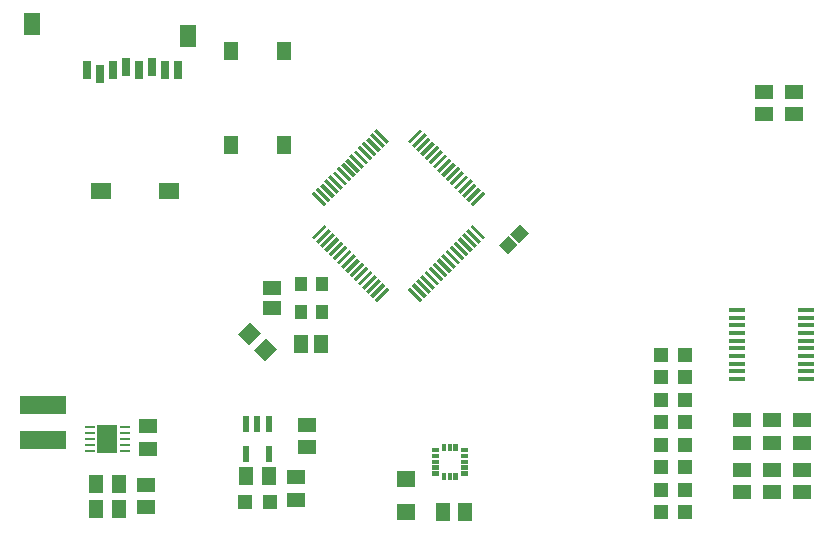
<source format=gbr>
G04 EAGLE Gerber RS-274X export*
G75*
%MOMM*%
%FSLAX34Y34*%
%LPD*%
%INSolderpaste Top*%
%IPPOS*%
%AMOC8*
5,1,8,0,0,1.08239X$1,22.5*%
G01*
%ADD10R,1.475000X0.300000*%
%ADD11R,1.500000X1.300000*%
%ADD12R,1.300000X1.550000*%
%ADD13R,1.473200X0.355600*%
%ADD14R,1.200000X1.200000*%
%ADD15R,1.300000X1.500000*%
%ADD16R,0.508000X1.320800*%
%ADD17C,0.031500*%
%ADD18R,0.812800X0.254000*%
%ADD19R,1.752600X2.489200*%
%ADD20R,3.900000X1.600000*%
%ADD21R,1.092200X1.167350*%
%ADD22R,1.600000X1.400000*%
%ADD23R,1.100000X1.300000*%
%ADD24R,1.800000X1.400000*%
%ADD25R,1.400000X1.900000*%
%ADD26R,0.800000X1.500000*%


D10*
G36*
X497695Y275333D02*
X508124Y285762D01*
X510245Y283641D01*
X499816Y273212D01*
X497695Y275333D01*
G37*
G36*
X494160Y278869D02*
X504589Y289298D01*
X506710Y287177D01*
X496281Y276748D01*
X494160Y278869D01*
G37*
G36*
X490624Y282404D02*
X501053Y292833D01*
X503174Y290712D01*
X492745Y280283D01*
X490624Y282404D01*
G37*
G36*
X487089Y285940D02*
X497518Y296369D01*
X499639Y294248D01*
X489210Y283819D01*
X487089Y285940D01*
G37*
G36*
X483553Y289475D02*
X493982Y299904D01*
X496103Y297783D01*
X485674Y287354D01*
X483553Y289475D01*
G37*
G36*
X480018Y293011D02*
X490447Y303440D01*
X492568Y301319D01*
X482139Y290890D01*
X480018Y293011D01*
G37*
G36*
X476482Y296546D02*
X486911Y306975D01*
X489032Y304854D01*
X478603Y294425D01*
X476482Y296546D01*
G37*
G36*
X472947Y300082D02*
X483376Y310511D01*
X485497Y308390D01*
X475068Y297961D01*
X472947Y300082D01*
G37*
G36*
X469411Y303618D02*
X479840Y314047D01*
X481961Y311926D01*
X471532Y301497D01*
X469411Y303618D01*
G37*
G36*
X465875Y307153D02*
X476304Y317582D01*
X478425Y315461D01*
X467996Y305032D01*
X465875Y307153D01*
G37*
G36*
X462340Y310689D02*
X472769Y321118D01*
X474890Y318997D01*
X464461Y308568D01*
X462340Y310689D01*
G37*
G36*
X458804Y314224D02*
X469233Y324653D01*
X471354Y322532D01*
X460925Y312103D01*
X458804Y314224D01*
G37*
G36*
X455269Y317760D02*
X465698Y328189D01*
X467819Y326068D01*
X457390Y315639D01*
X455269Y317760D01*
G37*
G36*
X451733Y321295D02*
X462162Y331724D01*
X464283Y329603D01*
X453854Y319174D01*
X451733Y321295D01*
G37*
G36*
X448198Y324831D02*
X458627Y335260D01*
X460748Y333139D01*
X450319Y322710D01*
X448198Y324831D01*
G37*
G36*
X444662Y328366D02*
X455091Y338795D01*
X457212Y336674D01*
X446783Y326245D01*
X444662Y328366D01*
G37*
G36*
X426977Y326245D02*
X416548Y336674D01*
X418669Y338795D01*
X429098Y328366D01*
X426977Y326245D01*
G37*
G36*
X423441Y322710D02*
X413012Y333139D01*
X415133Y335260D01*
X425562Y324831D01*
X423441Y322710D01*
G37*
G36*
X419906Y319174D02*
X409477Y329603D01*
X411598Y331724D01*
X422027Y321295D01*
X419906Y319174D01*
G37*
G36*
X416370Y315639D02*
X405941Y326068D01*
X408062Y328189D01*
X418491Y317760D01*
X416370Y315639D01*
G37*
G36*
X412835Y312103D02*
X402406Y322532D01*
X404527Y324653D01*
X414956Y314224D01*
X412835Y312103D01*
G37*
G36*
X409299Y308568D02*
X398870Y318997D01*
X400991Y321118D01*
X411420Y310689D01*
X409299Y308568D01*
G37*
G36*
X405764Y305032D02*
X395335Y315461D01*
X397456Y317582D01*
X407885Y307153D01*
X405764Y305032D01*
G37*
G36*
X402228Y301497D02*
X391799Y311926D01*
X393920Y314047D01*
X404349Y303618D01*
X402228Y301497D01*
G37*
G36*
X398692Y297961D02*
X388263Y308390D01*
X390384Y310511D01*
X400813Y300082D01*
X398692Y297961D01*
G37*
G36*
X395157Y294425D02*
X384728Y304854D01*
X386849Y306975D01*
X397278Y296546D01*
X395157Y294425D01*
G37*
G36*
X391621Y290890D02*
X381192Y301319D01*
X383313Y303440D01*
X393742Y293011D01*
X391621Y290890D01*
G37*
G36*
X388086Y287354D02*
X377657Y297783D01*
X379778Y299904D01*
X390207Y289475D01*
X388086Y287354D01*
G37*
G36*
X384550Y283819D02*
X374121Y294248D01*
X376242Y296369D01*
X386671Y285940D01*
X384550Y283819D01*
G37*
G36*
X381015Y280283D02*
X370586Y290712D01*
X372707Y292833D01*
X383136Y282404D01*
X381015Y280283D01*
G37*
G36*
X377479Y276748D02*
X367050Y287177D01*
X369171Y289298D01*
X379600Y278869D01*
X377479Y276748D01*
G37*
G36*
X373944Y273212D02*
X363515Y283641D01*
X365636Y285762D01*
X376065Y275333D01*
X373944Y273212D01*
G37*
G36*
X363515Y247219D02*
X373944Y257648D01*
X376065Y255527D01*
X365636Y245098D01*
X363515Y247219D01*
G37*
G36*
X367050Y243683D02*
X377479Y254112D01*
X379600Y251991D01*
X369171Y241562D01*
X367050Y243683D01*
G37*
G36*
X370586Y240148D02*
X381015Y250577D01*
X383136Y248456D01*
X372707Y238027D01*
X370586Y240148D01*
G37*
G36*
X374121Y236612D02*
X384550Y247041D01*
X386671Y244920D01*
X376242Y234491D01*
X374121Y236612D01*
G37*
G36*
X377657Y233077D02*
X388086Y243506D01*
X390207Y241385D01*
X379778Y230956D01*
X377657Y233077D01*
G37*
G36*
X381192Y229541D02*
X391621Y239970D01*
X393742Y237849D01*
X383313Y227420D01*
X381192Y229541D01*
G37*
G36*
X384728Y226006D02*
X395157Y236435D01*
X397278Y234314D01*
X386849Y223885D01*
X384728Y226006D01*
G37*
G36*
X388263Y222470D02*
X398692Y232899D01*
X400813Y230778D01*
X390384Y220349D01*
X388263Y222470D01*
G37*
G36*
X391799Y218934D02*
X402228Y229363D01*
X404349Y227242D01*
X393920Y216813D01*
X391799Y218934D01*
G37*
G36*
X395335Y215399D02*
X405764Y225828D01*
X407885Y223707D01*
X397456Y213278D01*
X395335Y215399D01*
G37*
G36*
X398870Y211863D02*
X409299Y222292D01*
X411420Y220171D01*
X400991Y209742D01*
X398870Y211863D01*
G37*
G36*
X402406Y208328D02*
X412835Y218757D01*
X414956Y216636D01*
X404527Y206207D01*
X402406Y208328D01*
G37*
G36*
X405941Y204792D02*
X416370Y215221D01*
X418491Y213100D01*
X408062Y202671D01*
X405941Y204792D01*
G37*
G36*
X409477Y201257D02*
X419906Y211686D01*
X422027Y209565D01*
X411598Y199136D01*
X409477Y201257D01*
G37*
G36*
X413012Y197721D02*
X423441Y208150D01*
X425562Y206029D01*
X415133Y195600D01*
X413012Y197721D01*
G37*
G36*
X416548Y194186D02*
X426977Y204615D01*
X429098Y202494D01*
X418669Y192065D01*
X416548Y194186D01*
G37*
G36*
X455091Y192065D02*
X444662Y202494D01*
X446783Y204615D01*
X457212Y194186D01*
X455091Y192065D01*
G37*
G36*
X458627Y195600D02*
X448198Y206029D01*
X450319Y208150D01*
X460748Y197721D01*
X458627Y195600D01*
G37*
G36*
X462162Y199136D02*
X451733Y209565D01*
X453854Y211686D01*
X464283Y201257D01*
X462162Y199136D01*
G37*
G36*
X465698Y202671D02*
X455269Y213100D01*
X457390Y215221D01*
X467819Y204792D01*
X465698Y202671D01*
G37*
G36*
X469233Y206207D02*
X458804Y216636D01*
X460925Y218757D01*
X471354Y208328D01*
X469233Y206207D01*
G37*
G36*
X472769Y209742D02*
X462340Y220171D01*
X464461Y222292D01*
X474890Y211863D01*
X472769Y209742D01*
G37*
G36*
X476304Y213278D02*
X465875Y223707D01*
X467996Y225828D01*
X478425Y215399D01*
X476304Y213278D01*
G37*
G36*
X479840Y216813D02*
X469411Y227242D01*
X471532Y229363D01*
X481961Y218934D01*
X479840Y216813D01*
G37*
G36*
X483376Y220349D02*
X472947Y230778D01*
X475068Y232899D01*
X485497Y222470D01*
X483376Y220349D01*
G37*
G36*
X486911Y223885D02*
X476482Y234314D01*
X478603Y236435D01*
X489032Y226006D01*
X486911Y223885D01*
G37*
G36*
X490447Y227420D02*
X480018Y237849D01*
X482139Y239970D01*
X492568Y229541D01*
X490447Y227420D01*
G37*
G36*
X493982Y230956D02*
X483553Y241385D01*
X485674Y243506D01*
X496103Y233077D01*
X493982Y230956D01*
G37*
G36*
X497518Y234491D02*
X487089Y244920D01*
X489210Y247041D01*
X499639Y236612D01*
X497518Y234491D01*
G37*
G36*
X501053Y238027D02*
X490624Y248456D01*
X492745Y250577D01*
X503174Y240148D01*
X501053Y238027D01*
G37*
G36*
X504589Y241562D02*
X494160Y251991D01*
X496281Y254112D01*
X506710Y243683D01*
X504589Y241562D01*
G37*
G36*
X508124Y245098D02*
X497695Y255527D01*
X499816Y257648D01*
X510245Y247219D01*
X508124Y245098D01*
G37*
D11*
X727710Y92050D03*
X727710Y73050D03*
X753110Y31140D03*
X753110Y50140D03*
X753110Y92050D03*
X753110Y73050D03*
X778510Y31140D03*
X778510Y50140D03*
X778510Y92050D03*
X778510Y73050D03*
X727710Y31140D03*
X727710Y50140D03*
D12*
X295000Y404240D03*
X295000Y324740D03*
X340000Y404240D03*
X340000Y324740D03*
D13*
X723900Y185460D03*
X723900Y178960D03*
X723900Y172460D03*
X723900Y165960D03*
X723900Y159460D03*
X723900Y152960D03*
X723900Y146460D03*
X723900Y139960D03*
X723900Y133460D03*
X723900Y126960D03*
X782320Y126960D03*
X782320Y133460D03*
X782320Y139960D03*
X782320Y146460D03*
X782320Y152960D03*
X782320Y159460D03*
X782320Y165960D03*
X782320Y172460D03*
X782320Y178960D03*
X782320Y185460D03*
D14*
X679790Y147320D03*
X658790Y147320D03*
X679790Y128270D03*
X658790Y128270D03*
X679790Y109220D03*
X658790Y109220D03*
X679790Y90170D03*
X658790Y90170D03*
X679790Y71120D03*
X658790Y71120D03*
X679790Y52070D03*
X658790Y52070D03*
X679790Y33020D03*
X658790Y33020D03*
X679790Y13970D03*
X658790Y13970D03*
D11*
X772160Y370180D03*
X772160Y351180D03*
X746760Y370180D03*
X746760Y351180D03*
X350520Y24790D03*
X350520Y43790D03*
D15*
X308000Y44450D03*
X327000Y44450D03*
D16*
X327000Y89154D03*
X317500Y89154D03*
X308000Y89154D03*
X308000Y63246D03*
X327000Y63246D03*
D14*
X328000Y22860D03*
X307000Y22860D03*
D11*
X359410Y88240D03*
X359410Y69240D03*
D17*
X489767Y48743D02*
X494753Y48743D01*
X494753Y45557D01*
X489767Y45557D01*
X489767Y48743D01*
X489767Y45856D02*
X494753Y45856D01*
X494753Y46155D02*
X489767Y46155D01*
X489767Y46454D02*
X494753Y46454D01*
X494753Y46753D02*
X489767Y46753D01*
X489767Y47052D02*
X494753Y47052D01*
X494753Y47351D02*
X489767Y47351D01*
X489767Y47650D02*
X494753Y47650D01*
X494753Y47949D02*
X489767Y47949D01*
X489767Y48248D02*
X494753Y48248D01*
X494753Y48547D02*
X489767Y48547D01*
X489767Y53743D02*
X494753Y53743D01*
X494753Y50557D01*
X489767Y50557D01*
X489767Y53743D01*
X489767Y50856D02*
X494753Y50856D01*
X494753Y51155D02*
X489767Y51155D01*
X489767Y51454D02*
X494753Y51454D01*
X494753Y51753D02*
X489767Y51753D01*
X489767Y52052D02*
X494753Y52052D01*
X494753Y52351D02*
X489767Y52351D01*
X489767Y52650D02*
X494753Y52650D01*
X494753Y52949D02*
X489767Y52949D01*
X489767Y53248D02*
X494753Y53248D01*
X494753Y53547D02*
X489767Y53547D01*
X489767Y58743D02*
X494753Y58743D01*
X494753Y55557D01*
X489767Y55557D01*
X489767Y58743D01*
X489767Y55856D02*
X494753Y55856D01*
X494753Y56155D02*
X489767Y56155D01*
X489767Y56454D02*
X494753Y56454D01*
X494753Y56753D02*
X489767Y56753D01*
X489767Y57052D02*
X494753Y57052D01*
X494753Y57351D02*
X489767Y57351D01*
X489767Y57650D02*
X494753Y57650D01*
X494753Y57949D02*
X489767Y57949D01*
X489767Y58248D02*
X494753Y58248D01*
X494753Y58547D02*
X489767Y58547D01*
X489767Y63743D02*
X494753Y63743D01*
X494753Y60557D01*
X489767Y60557D01*
X489767Y63743D01*
X489767Y60856D02*
X494753Y60856D01*
X494753Y61155D02*
X489767Y61155D01*
X489767Y61454D02*
X494753Y61454D01*
X494753Y61753D02*
X489767Y61753D01*
X489767Y62052D02*
X494753Y62052D01*
X494753Y62351D02*
X489767Y62351D01*
X489767Y62650D02*
X494753Y62650D01*
X494753Y62949D02*
X489767Y62949D01*
X489767Y63248D02*
X494753Y63248D01*
X494753Y63547D02*
X489767Y63547D01*
X489767Y68743D02*
X494753Y68743D01*
X494753Y65557D01*
X489767Y65557D01*
X489767Y68743D01*
X489767Y65856D02*
X494753Y65856D01*
X494753Y66155D02*
X489767Y66155D01*
X489767Y66454D02*
X494753Y66454D01*
X494753Y66753D02*
X489767Y66753D01*
X489767Y67052D02*
X494753Y67052D01*
X494753Y67351D02*
X489767Y67351D01*
X489767Y67650D02*
X494753Y67650D01*
X494753Y67949D02*
X489767Y67949D01*
X489767Y68248D02*
X494753Y68248D01*
X494753Y68547D02*
X489767Y68547D01*
X483467Y66857D02*
X483467Y71843D01*
X486653Y71843D01*
X486653Y66857D01*
X483467Y66857D01*
X483467Y67156D02*
X486653Y67156D01*
X486653Y67455D02*
X483467Y67455D01*
X483467Y67754D02*
X486653Y67754D01*
X486653Y68053D02*
X483467Y68053D01*
X483467Y68352D02*
X486653Y68352D01*
X486653Y68651D02*
X483467Y68651D01*
X483467Y68950D02*
X486653Y68950D01*
X486653Y69249D02*
X483467Y69249D01*
X483467Y69548D02*
X486653Y69548D01*
X486653Y69847D02*
X483467Y69847D01*
X483467Y70146D02*
X486653Y70146D01*
X486653Y70445D02*
X483467Y70445D01*
X483467Y70744D02*
X486653Y70744D01*
X486653Y71043D02*
X483467Y71043D01*
X483467Y71342D02*
X486653Y71342D01*
X486653Y71641D02*
X483467Y71641D01*
X478467Y71843D02*
X478467Y66857D01*
X478467Y71843D02*
X481653Y71843D01*
X481653Y66857D01*
X478467Y66857D01*
X478467Y67156D02*
X481653Y67156D01*
X481653Y67455D02*
X478467Y67455D01*
X478467Y67754D02*
X481653Y67754D01*
X481653Y68053D02*
X478467Y68053D01*
X478467Y68352D02*
X481653Y68352D01*
X481653Y68651D02*
X478467Y68651D01*
X478467Y68950D02*
X481653Y68950D01*
X481653Y69249D02*
X478467Y69249D01*
X478467Y69548D02*
X481653Y69548D01*
X481653Y69847D02*
X478467Y69847D01*
X478467Y70146D02*
X481653Y70146D01*
X481653Y70445D02*
X478467Y70445D01*
X478467Y70744D02*
X481653Y70744D01*
X481653Y71043D02*
X478467Y71043D01*
X478467Y71342D02*
X481653Y71342D01*
X481653Y71641D02*
X478467Y71641D01*
X473467Y71843D02*
X473467Y66857D01*
X473467Y71843D02*
X476653Y71843D01*
X476653Y66857D01*
X473467Y66857D01*
X473467Y67156D02*
X476653Y67156D01*
X476653Y67455D02*
X473467Y67455D01*
X473467Y67754D02*
X476653Y67754D01*
X476653Y68053D02*
X473467Y68053D01*
X473467Y68352D02*
X476653Y68352D01*
X476653Y68651D02*
X473467Y68651D01*
X473467Y68950D02*
X476653Y68950D01*
X476653Y69249D02*
X473467Y69249D01*
X473467Y69548D02*
X476653Y69548D01*
X476653Y69847D02*
X473467Y69847D01*
X473467Y70146D02*
X476653Y70146D01*
X476653Y70445D02*
X473467Y70445D01*
X473467Y70744D02*
X476653Y70744D01*
X476653Y71043D02*
X473467Y71043D01*
X473467Y71342D02*
X476653Y71342D01*
X476653Y71641D02*
X473467Y71641D01*
X470353Y65557D02*
X465367Y65557D01*
X465367Y68743D01*
X470353Y68743D01*
X470353Y65557D01*
X470353Y65856D02*
X465367Y65856D01*
X465367Y66155D02*
X470353Y66155D01*
X470353Y66454D02*
X465367Y66454D01*
X465367Y66753D02*
X470353Y66753D01*
X470353Y67052D02*
X465367Y67052D01*
X465367Y67351D02*
X470353Y67351D01*
X470353Y67650D02*
X465367Y67650D01*
X465367Y67949D02*
X470353Y67949D01*
X470353Y68248D02*
X465367Y68248D01*
X465367Y68547D02*
X470353Y68547D01*
X470353Y60557D02*
X465367Y60557D01*
X465367Y63743D01*
X470353Y63743D01*
X470353Y60557D01*
X470353Y60856D02*
X465367Y60856D01*
X465367Y61155D02*
X470353Y61155D01*
X470353Y61454D02*
X465367Y61454D01*
X465367Y61753D02*
X470353Y61753D01*
X470353Y62052D02*
X465367Y62052D01*
X465367Y62351D02*
X470353Y62351D01*
X470353Y62650D02*
X465367Y62650D01*
X465367Y62949D02*
X470353Y62949D01*
X470353Y63248D02*
X465367Y63248D01*
X465367Y63547D02*
X470353Y63547D01*
X470353Y55557D02*
X465367Y55557D01*
X465367Y58743D01*
X470353Y58743D01*
X470353Y55557D01*
X470353Y55856D02*
X465367Y55856D01*
X465367Y56155D02*
X470353Y56155D01*
X470353Y56454D02*
X465367Y56454D01*
X465367Y56753D02*
X470353Y56753D01*
X470353Y57052D02*
X465367Y57052D01*
X465367Y57351D02*
X470353Y57351D01*
X470353Y57650D02*
X465367Y57650D01*
X465367Y57949D02*
X470353Y57949D01*
X470353Y58248D02*
X465367Y58248D01*
X465367Y58547D02*
X470353Y58547D01*
X470353Y50557D02*
X465367Y50557D01*
X465367Y53743D01*
X470353Y53743D01*
X470353Y50557D01*
X470353Y50856D02*
X465367Y50856D01*
X465367Y51155D02*
X470353Y51155D01*
X470353Y51454D02*
X465367Y51454D01*
X465367Y51753D02*
X470353Y51753D01*
X470353Y52052D02*
X465367Y52052D01*
X465367Y52351D02*
X470353Y52351D01*
X470353Y52650D02*
X465367Y52650D01*
X465367Y52949D02*
X470353Y52949D01*
X470353Y53248D02*
X465367Y53248D01*
X465367Y53547D02*
X470353Y53547D01*
X470353Y45557D02*
X465367Y45557D01*
X465367Y48743D01*
X470353Y48743D01*
X470353Y45557D01*
X470353Y45856D02*
X465367Y45856D01*
X465367Y46155D02*
X470353Y46155D01*
X470353Y46454D02*
X465367Y46454D01*
X465367Y46753D02*
X470353Y46753D01*
X470353Y47052D02*
X465367Y47052D01*
X465367Y47351D02*
X470353Y47351D01*
X470353Y47650D02*
X465367Y47650D01*
X465367Y47949D02*
X470353Y47949D01*
X470353Y48248D02*
X465367Y48248D01*
X465367Y48547D02*
X470353Y48547D01*
X476653Y47443D02*
X476653Y42457D01*
X473467Y42457D01*
X473467Y47443D01*
X476653Y47443D01*
X476653Y42756D02*
X473467Y42756D01*
X473467Y43055D02*
X476653Y43055D01*
X476653Y43354D02*
X473467Y43354D01*
X473467Y43653D02*
X476653Y43653D01*
X476653Y43952D02*
X473467Y43952D01*
X473467Y44251D02*
X476653Y44251D01*
X476653Y44550D02*
X473467Y44550D01*
X473467Y44849D02*
X476653Y44849D01*
X476653Y45148D02*
X473467Y45148D01*
X473467Y45447D02*
X476653Y45447D01*
X476653Y45746D02*
X473467Y45746D01*
X473467Y46045D02*
X476653Y46045D01*
X476653Y46344D02*
X473467Y46344D01*
X473467Y46643D02*
X476653Y46643D01*
X476653Y46942D02*
X473467Y46942D01*
X473467Y47241D02*
X476653Y47241D01*
X481653Y47443D02*
X481653Y42457D01*
X478467Y42457D01*
X478467Y47443D01*
X481653Y47443D01*
X481653Y42756D02*
X478467Y42756D01*
X478467Y43055D02*
X481653Y43055D01*
X481653Y43354D02*
X478467Y43354D01*
X478467Y43653D02*
X481653Y43653D01*
X481653Y43952D02*
X478467Y43952D01*
X478467Y44251D02*
X481653Y44251D01*
X481653Y44550D02*
X478467Y44550D01*
X478467Y44849D02*
X481653Y44849D01*
X481653Y45148D02*
X478467Y45148D01*
X478467Y45447D02*
X481653Y45447D01*
X481653Y45746D02*
X478467Y45746D01*
X478467Y46045D02*
X481653Y46045D01*
X481653Y46344D02*
X478467Y46344D01*
X478467Y46643D02*
X481653Y46643D01*
X481653Y46942D02*
X478467Y46942D01*
X478467Y47241D02*
X481653Y47241D01*
X486653Y47443D02*
X486653Y42457D01*
X483467Y42457D01*
X483467Y47443D01*
X486653Y47443D01*
X486653Y42756D02*
X483467Y42756D01*
X483467Y43055D02*
X486653Y43055D01*
X486653Y43354D02*
X483467Y43354D01*
X483467Y43653D02*
X486653Y43653D01*
X486653Y43952D02*
X483467Y43952D01*
X483467Y44251D02*
X486653Y44251D01*
X486653Y44550D02*
X483467Y44550D01*
X483467Y44849D02*
X486653Y44849D01*
X486653Y45148D02*
X483467Y45148D01*
X483467Y45447D02*
X486653Y45447D01*
X486653Y45746D02*
X483467Y45746D01*
X483467Y46045D02*
X486653Y46045D01*
X486653Y46344D02*
X483467Y46344D01*
X483467Y46643D02*
X486653Y46643D01*
X486653Y46942D02*
X483467Y46942D01*
X483467Y47241D02*
X486653Y47241D01*
D18*
X205232Y66197D03*
X205232Y71199D03*
X205232Y76200D03*
X205232Y81201D03*
X205232Y86203D03*
X175768Y86203D03*
X175768Y81201D03*
X175768Y76200D03*
X175768Y71199D03*
X175768Y66197D03*
D19*
X190500Y76200D03*
D11*
X224790Y86970D03*
X224790Y67970D03*
D15*
X181000Y16510D03*
X200000Y16510D03*
D11*
X223520Y18440D03*
X223520Y37440D03*
D15*
X200000Y38100D03*
X181000Y38100D03*
D20*
X135890Y75670D03*
X135890Y104670D03*
D21*
G36*
X530172Y248335D02*
X537895Y240612D01*
X529642Y232359D01*
X521919Y240082D01*
X530172Y248335D01*
G37*
G36*
X539698Y257861D02*
X547421Y250138D01*
X539168Y241885D01*
X531445Y249608D01*
X539698Y257861D01*
G37*
D15*
X493370Y13970D03*
X474370Y13970D03*
D22*
X443230Y41940D03*
X443230Y13940D03*
D23*
X354220Y207080D03*
X354220Y184080D03*
X372220Y184080D03*
X372220Y207080D03*
D15*
X371720Y156210D03*
X354720Y156210D03*
D11*
X330200Y204080D03*
X330200Y187080D03*
D15*
G36*
X310075Y155569D02*
X300883Y164761D01*
X311489Y175367D01*
X320681Y166175D01*
X310075Y155569D01*
G37*
G36*
X323511Y142133D02*
X314319Y151325D01*
X324925Y161931D01*
X334117Y152739D01*
X323511Y142133D01*
G37*
D24*
X185390Y285940D03*
X242390Y285940D03*
D25*
X258390Y417440D03*
X126890Y427440D03*
D26*
X173490Y388940D03*
X184490Y384940D03*
X195490Y388940D03*
X206490Y390940D03*
X217490Y388940D03*
X228490Y390940D03*
X239490Y388940D03*
X250490Y388940D03*
M02*

</source>
